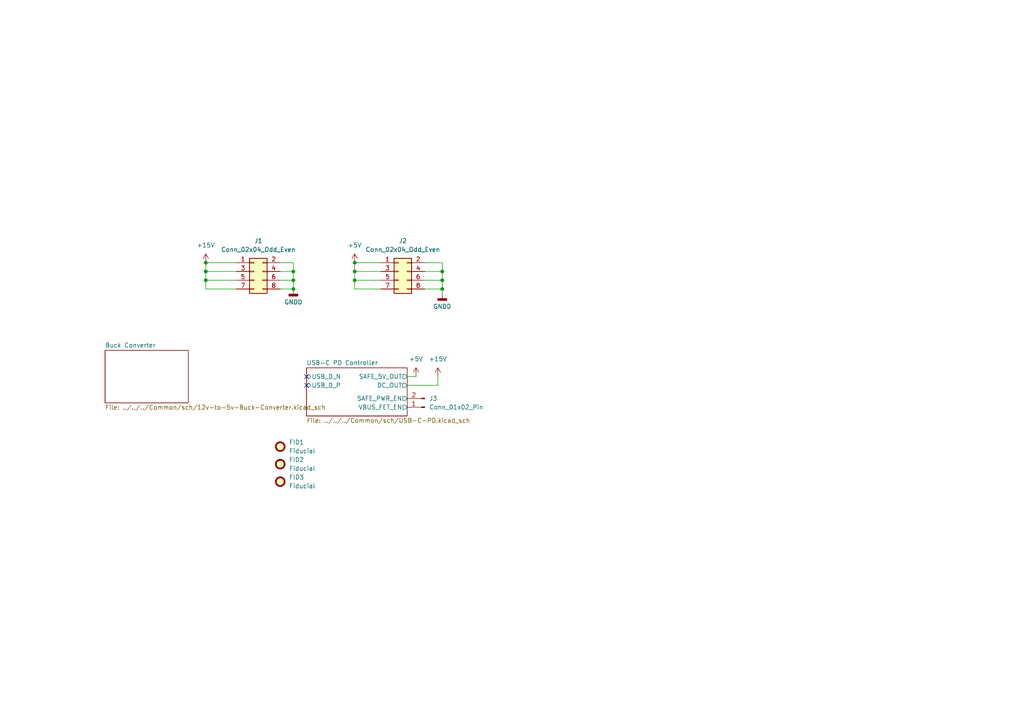
<source format=kicad_sch>
(kicad_sch (version 20250114) (generator "eeschema") (generator_version "9.0")
  (paper "A4")
  (lib_symbols
    (symbol "Connector:Conn_01x02_Pin" (pin_names (offset 1.016) (hide yes))
      (property "Reference" "J" (at 0 2.54 0))
      (property "Value" "Conn_01x02_Pin" (at 0 -5.08 0))
      (symbol "Conn_01x02_Pin_1_1"
        (rectangle (start 0.8636 0.127) (end 0 -0.127) (stroke (width 0.1524)) (fill (type outline)))
        (rectangle (start 0.8636 -2.413) (end 0 -2.667) (stroke (width 0.1524)) (fill (type outline)))
        (polyline (pts (xy 1.27 0) (xy 0.8636 0)) (stroke (width 0.1524)))
        (polyline (pts (xy 1.27 -2.54) (xy 0.8636 -2.54)) (stroke (width 0.1524)))
        (pin passive line (at 5.08 0 180) (length 3.81) (name "Pin_1") (number "1"))
        (pin passive line (at 5.08 -2.54 180) (length 3.81) (name "Pin_2") (number "2"))
      )
    )
    (symbol "Connector_Generic:Conn_02x04_Odd_Even" (pin_names (offset 1.016) (hide yes))
      (property "Reference" "J" (at 1.27 5.08 0))
      (property "Value" "Conn_02x04_Odd_Even" (at 1.27 -7.62 0))
      (symbol "Conn_02x04_Odd_Even_1_1"
        (rectangle (start -1.27 3.81) (end 3.81 -6.35) (stroke (width 0.254)) (fill (type background)))
        (rectangle (start -1.27 2.667) (end 0 2.413) (stroke (width 0.1524)))
        (rectangle (start -1.27 0.127) (end 0 -0.127) (stroke (width 0.1524)))
        (rectangle (start -1.27 -2.413) (end 0 -2.667) (stroke (width 0.1524)))
        (rectangle (start -1.27 -4.953) (end 0 -5.207) (stroke (width 0.1524)))
        (rectangle (start 3.81 2.667) (end 2.54 2.413) (stroke (width 0.1524)))
        (rectangle (start 3.81 0.127) (end 2.54 -0.127) (stroke (width 0.1524)))
        (rectangle (start 3.81 -2.413) (end 2.54 -2.667) (stroke (width 0.1524)))
        (rectangle (start 3.81 -4.953) (end 2.54 -5.207) (stroke (width 0.1524)))
        (pin passive line (at -5.08 2.54 0) (length 3.81) (name "Pin_1") (number "1"))
        (pin passive line (at -5.08 0 0) (length 3.81) (name "Pin_3") (number "3"))
        (pin passive line (at -5.08 -2.54 0) (length 3.81) (name "Pin_5") (number "5"))
        (pin passive line (at -5.08 -5.08 0) (length 3.81) (name "Pin_7") (number "7"))
        (pin passive line (at 7.62 2.54 180) (length 3.81) (name "Pin_2") (number "2"))
        (pin passive line (at 7.62 0 180) (length 3.81) (name "Pin_4") (number "4"))
        (pin passive line (at 7.62 -2.54 180) (length 3.81) (name "Pin_6") (number "6"))
        (pin passive line (at 7.62 -5.08 180) (length 3.81) (name "Pin_8") (number "8"))
      )
    )
    (symbol "Mechanical:Fiducial" (exclude_from_sim yes) (in_bom no)
      (property "Reference" "FID" (at 0 5.08 0))
      (property "Value" "Fiducial" (at 0 3.175 0))
      (symbol "Fiducial_0_1"
        (circle (center 0 0) (radius 1.27) (stroke (width 0.508)) (fill (type background)))
      )
    )
    (symbol "power:+15V" (power) (pin_numbers (hide yes)) (pin_names (offset 0) (hide yes))
      (property "Value" "+15V" (at 0 3.556 0))
      (symbol "+15V_0_1"
        (polyline (pts (xy -0.762 1.27) (xy 0 2.54)))
        (polyline (pts (xy 0 2.54) (xy 0.762 1.27)))
        (polyline (pts (xy 0 0) (xy 0 2.54)))
      )
      (symbol "+15V_1_1"
        (pin power_in line (at 0 0 90) (length 0) (name "~") (number "1"))
      )
    )
    (symbol "power:+5V" (power) (pin_numbers (hide yes)) (pin_names (offset 0) (hide yes))
      (property "Value" "+5V" (at 0 3.556 0))
      (symbol "+5V_0_1"
        (polyline (pts (xy -0.762 1.27) (xy 0 2.54)))
        (polyline (pts (xy 0 2.54) (xy 0.762 1.27)))
        (polyline (pts (xy 0 0) (xy 0 2.54)))
      )
      (symbol "+5V_1_1"
        (pin power_in line (at 0 0 90) (length 0) (name "~") (number "1"))
      )
    )
    (symbol "power:GNDD" (power) (pin_numbers (hide yes)) (pin_names (offset 0) (hide yes))
      (property "Value" "GNDD" (at 0 -3.175 0))
      (symbol "GNDD_0_1"
        (rectangle (start -1.27 -1.524) (end 1.27 -2.032) (stroke (width 0.254)) (fill (type outline)))
        (polyline (pts (xy 0 0) (xy 0 -1.524)))
      )
      (symbol "GNDD_1_1"
        (pin power_in line (at 0 0 270) (length 0) (name "~") (number "1"))
      )
    )
  )
  (junction (at 85.09 81.28))
  (junction (at 128.27 81.28))
  (junction (at 102.87 78.74))
  (junction (at 85.09 78.74))
  (junction (at 59.69 78.74))
  (junction (at 59.69 81.28))
  (junction (at 102.87 76.2))
  (junction (at 128.27 83.82))
  (junction (at 59.69 76.2))
  (junction (at 102.87 81.28))
  (junction (at 85.09 83.82))
  (junction (at 128.27 78.74))
  (no_connect (at 88.9 109.22))
  (no_connect (at 88.9 111.76))
  (wire (pts (xy 128.27 83.82) (xy 123.19 83.82)))
  (wire (pts (xy 102.87 83.82) (xy 110.49 83.82)))
  (wire (pts (xy 128.27 85.09) (xy 128.27 83.82)))
  (wire (pts (xy 85.09 78.74) (xy 81.28 78.74)))
  (wire (pts (xy 128.27 81.28) (xy 128.27 83.82)))
  (wire (pts (xy 102.87 78.74) (xy 102.87 81.28)))
  (wire (pts (xy 85.09 81.28) (xy 85.09 83.82)))
  (wire (pts (xy 59.69 81.28) (xy 68.58 81.28)))
  (wire (pts (xy 59.69 78.74) (xy 68.58 78.74)))
  (wire (pts (xy 59.69 76.2) (xy 68.58 76.2)))
  (wire (pts (xy 85.09 76.2) (xy 85.09 78.74)))
  (wire (pts (xy 118.11 109.22) (xy 120.65 109.22)))
  (wire (pts (xy 102.87 76.2) (xy 110.49 76.2)))
  (wire (pts (xy 127 111.76) (xy 127 109.22)))
  (wire (pts (xy 102.87 78.74) (xy 110.49 78.74)))
  (wire (pts (xy 59.69 76.2) (xy 59.69 78.74)))
  (wire (pts (xy 128.27 78.74) (xy 128.27 81.28)))
  (wire (pts (xy 102.87 76.2) (xy 102.87 78.74)))
  (wire (pts (xy 128.27 78.74) (xy 123.19 78.74)))
  (wire (pts (xy 59.69 78.74) (xy 59.69 81.28)))
  (wire (pts (xy 102.87 81.28) (xy 102.87 83.82)))
  (wire (pts (xy 85.09 78.74) (xy 85.09 81.28)))
  (wire (pts (xy 118.11 111.76) (xy 127 111.76)))
  (wire (pts (xy 128.27 81.28) (xy 123.19 81.28)))
  (wire (pts (xy 59.69 81.28) (xy 59.69 83.82)))
  (wire (pts (xy 102.87 81.28) (xy 110.49 81.28)))
  (wire (pts (xy 85.09 76.2) (xy 81.28 76.2)))
  (wire (pts (xy 59.69 83.82) (xy 68.58 83.82)))
  (wire (pts (xy 85.09 83.82) (xy 81.28 83.82)))
  (wire (pts (xy 128.27 76.2) (xy 128.27 78.74)))
  (wire (pts (xy 85.09 81.28) (xy 81.28 81.28)))
  (wire (pts (xy 128.27 76.2) (xy 123.19 76.2)))
  (symbol (lib_id "power:GNDD") (at 128.27 85.09 0) (unit 1)
    (property "Reference" "#PWR04" (effects (hide yes)))
    (property "Value" "GNDD" (at 128.27 88.9 0))
    (property "Description" "Power symbol creates a global label with name \"GNDD\" , digital ground" (effects (hide yes)))
  )
  (symbol (lib_id "Mechanical:Fiducial") (at 81.28 139.7 0) (unit 1) (exclude_from_sim yes) (in_bom no)
    (property "Reference" "FID3" (at 83.82 138.4299 0) (effects (justify left)))
    (property "Value" "Fiducial" (at 83.82 140.9699 0) (effects (justify left)))
    (property "Footprint" "Fiducial:Fiducial_1mm_Mask2mm" (effects (hide yes)))
    (property "Description" "Fiducial Marker" (effects (hide yes)))
  )
  (symbol (lib_id "Mechanical:Fiducial") (at 81.28 129.54 0) (unit 1) (exclude_from_sim yes) (in_bom no)
    (property "Reference" "FID1" (at 83.82 128.2699 0) (effects (justify left)))
    (property "Value" "Fiducial" (at 83.82 130.8099 0) (effects (justify left)))
    (property "Footprint" "Fiducial:Fiducial_1mm_Mask2mm" (effects (hide yes)))
    (property "Description" "Fiducial Marker" (effects (hide yes)))
  )
  (symbol (lib_id "power:+15V") (at 59.69 76.2 0) (unit 1)
    (property "Reference" "#PWR06" (effects (hide yes)))
    (property "Value" "+15V" (at 59.69 71.12 0))
    (property "Description" "Power symbol creates a global label with name \"+15V\"" (effects (hide yes)))
  )
  (symbol (lib_id "Connector:Conn_01x02_Pin") (at 123.19 118.11 180) (unit 1)
    (property "Reference" "J3" (at 124.46 115.5699 0) (effects (justify right)))
    (property "Value" "Conn_01x02_Pin" (at 124.46 118.1099 0) (effects (justify right)))
    (property "Footprint" "Connector_PinHeader_2.54mm:PinHeader_1x02_P2.54mm_Vertical" (effects (hide yes)))
    (property "Description" "Generic connector, single row, 01x02, script generated" (effects (hide yes)))
  )
  (symbol (lib_id "power:+5V") (at 102.87 76.2 0) (unit 1)
    (property "Reference" "#PWR07" (effects (hide yes)))
    (property "Value" "+5V" (at 102.87 71.12 0))
    (property "Description" "Power symbol creates a global label with name \"+5V\"" (effects (hide yes)))
  )
  (symbol (lib_id "Mechanical:Fiducial") (at 81.28 134.62 0) (unit 1) (exclude_from_sim yes) (in_bom no)
    (property "Reference" "FID2" (at 83.82 133.3499 0) (effects (justify left)))
    (property "Value" "Fiducial" (at 83.82 135.8899 0) (effects (justify left)))
    (property "Footprint" "Fiducial:Fiducial_1mm_Mask2mm" (effects (hide yes)))
    (property "Description" "Fiducial Marker" (effects (hide yes)))
  )
  (symbol (lib_id "power:GNDD") (at 85.09 83.82 0) (unit 1)
    (property "Reference" "#PWR05" (effects (hide yes)))
    (property "Value" "GNDD" (at 85.09 87.63 0))
    (property "Description" "Power symbol creates a global label with name \"GNDD\" , digital ground" (effects (hide yes)))
  )
  (symbol (lib_id "power:+15V") (at 127 109.22 0) (unit 1)
    (property "Reference" "#PWR03" (effects (hide yes)))
    (property "Value" "+15V" (at 127 104.14 0))
    (property "Description" "Power symbol creates a global label with name \"+15V\"" (effects (hide yes)))
  )
  (symbol (lib_id "Connector_Generic:Conn_02x04_Odd_Even") (at 115.57 78.74 0) (unit 1)
    (property "Reference" "J2" (at 116.84 69.85 0))
    (property "Value" "Conn_02x04_Odd_Even" (at 116.84 72.39 0))
    (property "Footprint" "Connector_PinHeader_2.54mm:PinHeader_2x04_P2.54mm_Vertical" (effects (hide yes)))
    (property "Description" "Generic connector, double row, 02x04, odd/even pin numbering scheme (row 1 odd numbers, row 2 even numbers), script generated (kicad-library-utils/schlib/autogen/connector/)" (effects (hide yes)))
  )
  (symbol (lib_id "power:+5V") (at 120.65 109.22 0) (unit 1)
    (property "Reference" "#PWR02" (effects (hide yes)))
    (property "Value" "+5V" (at 120.65 104.14 0))
    (property "Description" "Power symbol creates a global label with name \"+5V\"" (effects (hide yes)))
  )
  (symbol (lib_id "Connector_Generic:Conn_02x04_Odd_Even") (at 73.66 78.74 0) (unit 1)
    (property "Reference" "J1" (at 74.93 69.85 0))
    (property "Value" "Conn_02x04_Odd_Even" (at 74.93 72.39 0))
    (property "Footprint" "Connector_PinHeader_2.54mm:PinHeader_2x04_P2.54mm_Vertical" (effects (hide yes)))
    (property "Description" "Generic connector, double row, 02x04, odd/even pin numbering scheme (row 1 odd numbers, row 2 even numbers), script generated (kicad-library-utils/schlib/autogen/connector/)" (effects (hide yes)))
  )
  (sheet (at 30.48 101.6) (size 24.13 15.24) (stroke (width 0.1524))
    (property "Sheetname" "Buck Converter" (at 30.48 100.8884 0) (effects (justify left bottom)))
    (property "Sheetfile" "../../../Common/sch/12v-to-5v-Buck-Converter.kicad_sch" (at 30.48 117.4246 0) (effects (justify left top)))
  )
  (sheet (at 88.9 106.68) (size 29.21 13.97) (stroke (width 0.1524))
    (property "Sheetname" "USB-C PD Controller" (at 88.9 105.9684 0) (effects (justify left bottom)))
    (property "Sheetfile" "../../../Common/sch/USB-C-PD.kicad_sch" (at 88.9 121.2346 0) (effects (justify left top)))
    (pin "USB_D_N" bidirectional (at 88.9 109.22 180))
    (pin "USB_D_P" bidirectional (at 88.9 111.76 180))
    (pin "SAFE_5V_OUT" output (at 118.11 109.22 0))
    (pin "DC_OUT" output (at 118.11 111.76 0))
    (pin "VBUS_FET_EN" output (at 118.11 118.11 0))
    (pin "SAFE_PWR_EN" output (at 118.11 115.57 0))
  )
)
</source>
